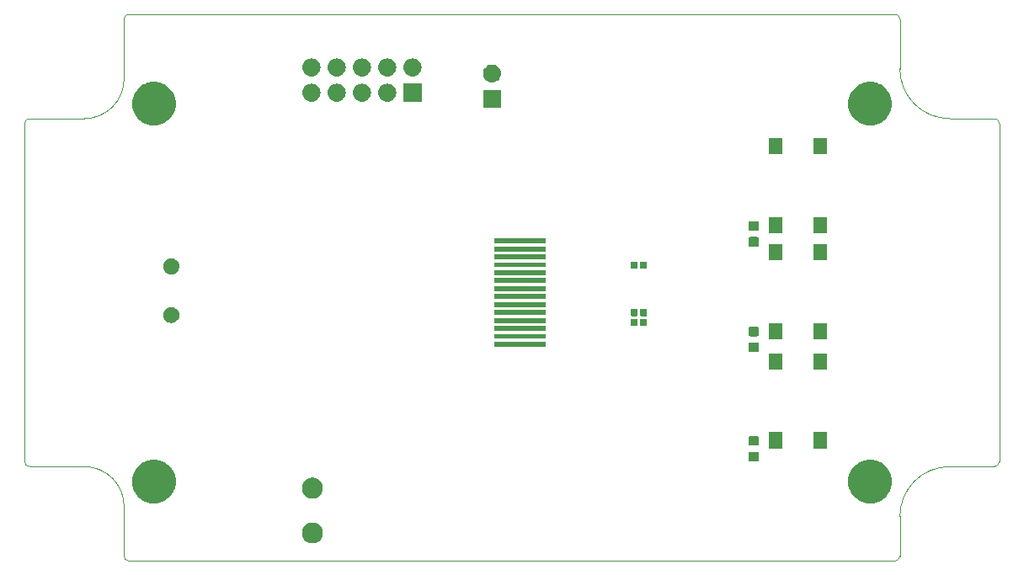
<source format=gbr>
%TF.GenerationSoftware,KiCad,Pcbnew,(5.1.4)-1*%
%TF.CreationDate,2020-03-29T09:51:50+13:00*%
%TF.ProjectId,clock,636c6f63-6b2e-46b6-9963-61645f706362,rev?*%
%TF.SameCoordinates,Original*%
%TF.FileFunction,Soldermask,Top*%
%TF.FilePolarity,Negative*%
%FSLAX46Y46*%
G04 Gerber Fmt 4.6, Leading zero omitted, Abs format (unit mm)*
G04 Created by KiCad (PCBNEW (5.1.4)-1) date 2020-03-29 09:51:50*
%MOMM*%
%LPD*%
G04 APERTURE LIST*
%ADD10C,0.050000*%
%ADD11C,0.100000*%
G04 APERTURE END LIST*
D10*
X103213900Y-66150000D02*
G75*
G02X103713900Y-65650000I500000J0D01*
G01*
X93713900Y-76150000D02*
G75*
G03X93213900Y-76650000I0J-500000D01*
G01*
X93713900Y-111150000D02*
G75*
G02X93213900Y-110650000I0J500000D01*
G01*
X103713900Y-120650000D02*
G75*
G02X103213900Y-120150000I0J500000D01*
G01*
X181213900Y-120150000D02*
G75*
G02X180713900Y-120650000I-500000J0D01*
G01*
X191213900Y-110650000D02*
G75*
G02X190713900Y-111150000I-500000J0D01*
G01*
X191213900Y-76650000D02*
G75*
G03X190713900Y-76150000I-500000J0D01*
G01*
X180713900Y-65650000D02*
G75*
G02X181213900Y-66150000I0J-500000D01*
G01*
X93713900Y-111150000D02*
X99213900Y-111150000D01*
X103213900Y-120150000D02*
X103213900Y-115150000D01*
X181213900Y-71150000D02*
G75*
G03X186213900Y-76150000I5000000J0D01*
G01*
X181213900Y-116150000D02*
G75*
G02X186213900Y-111150000I5000000J0D01*
G01*
X103213900Y-115150000D02*
G75*
G03X99213900Y-111150000I-4000000J0D01*
G01*
X103213900Y-72150000D02*
G75*
G02X99213900Y-76150000I-4000000J0D01*
G01*
X181213900Y-66150000D02*
X181213900Y-71150000D01*
X103713900Y-65650000D02*
X180713900Y-65650000D01*
X103213900Y-72150000D02*
X103213900Y-66150000D01*
X181213900Y-120150000D02*
X181213900Y-116150000D01*
X103713900Y-120650000D02*
X180713900Y-120650000D01*
X190713900Y-111150000D02*
X186213900Y-111150000D01*
X191213900Y-76650000D02*
X191213900Y-110650000D01*
X186213900Y-76150000D02*
X190713900Y-76150000D01*
X93213900Y-76650000D02*
X93213900Y-110650000D01*
X99213900Y-76150000D02*
X93713900Y-76150000D01*
D11*
G36*
X122454464Y-116805889D02*
G01*
X122645733Y-116885115D01*
X122645735Y-116885116D01*
X122817873Y-117000135D01*
X122964265Y-117146527D01*
X123079285Y-117318667D01*
X123158511Y-117509936D01*
X123198900Y-117712984D01*
X123198900Y-117920016D01*
X123158511Y-118123064D01*
X123079285Y-118314333D01*
X123079284Y-118314335D01*
X122964265Y-118486473D01*
X122817873Y-118632865D01*
X122645735Y-118747884D01*
X122645734Y-118747885D01*
X122645733Y-118747885D01*
X122454464Y-118827111D01*
X122251416Y-118867500D01*
X122044384Y-118867500D01*
X121841336Y-118827111D01*
X121650067Y-118747885D01*
X121650066Y-118747885D01*
X121650065Y-118747884D01*
X121477927Y-118632865D01*
X121331535Y-118486473D01*
X121216516Y-118314335D01*
X121216515Y-118314333D01*
X121137289Y-118123064D01*
X121096900Y-117920016D01*
X121096900Y-117712984D01*
X121137289Y-117509936D01*
X121216515Y-117318667D01*
X121331535Y-117146527D01*
X121477927Y-117000135D01*
X121650065Y-116885116D01*
X121650067Y-116885115D01*
X121841336Y-116805889D01*
X122044384Y-116765500D01*
X122251416Y-116765500D01*
X122454464Y-116805889D01*
X122454464Y-116805889D01*
G37*
G36*
X178855907Y-110533582D02*
G01*
X179079023Y-110626000D01*
X179256465Y-110699499D01*
X179616956Y-110940371D01*
X179923529Y-111246944D01*
X180164401Y-111607435D01*
X180164402Y-111607437D01*
X180330318Y-112007993D01*
X180414900Y-112433219D01*
X180414900Y-112866781D01*
X180330318Y-113292007D01*
X180193189Y-113623064D01*
X180164401Y-113692565D01*
X179923529Y-114053056D01*
X179616956Y-114359629D01*
X179256465Y-114600501D01*
X179256464Y-114600502D01*
X179256463Y-114600502D01*
X178855907Y-114766418D01*
X178430681Y-114851000D01*
X177997119Y-114851000D01*
X177571893Y-114766418D01*
X177171337Y-114600502D01*
X177171336Y-114600502D01*
X177171335Y-114600501D01*
X176810844Y-114359629D01*
X176504271Y-114053056D01*
X176263399Y-113692565D01*
X176234611Y-113623064D01*
X176097482Y-113292007D01*
X176012900Y-112866781D01*
X176012900Y-112433219D01*
X176097482Y-112007993D01*
X176263398Y-111607437D01*
X176263399Y-111607435D01*
X176504271Y-111246944D01*
X176810844Y-110940371D01*
X177171335Y-110699499D01*
X177348777Y-110626000D01*
X177571893Y-110533582D01*
X177997119Y-110449000D01*
X178430681Y-110449000D01*
X178855907Y-110533582D01*
X178855907Y-110533582D01*
G37*
G36*
X106855907Y-110533582D02*
G01*
X107079023Y-110626000D01*
X107256465Y-110699499D01*
X107616956Y-110940371D01*
X107923529Y-111246944D01*
X108164401Y-111607435D01*
X108164402Y-111607437D01*
X108330318Y-112007993D01*
X108414900Y-112433219D01*
X108414900Y-112866781D01*
X108330318Y-113292007D01*
X108193189Y-113623064D01*
X108164401Y-113692565D01*
X107923529Y-114053056D01*
X107616956Y-114359629D01*
X107256465Y-114600501D01*
X107256464Y-114600502D01*
X107256463Y-114600502D01*
X106855907Y-114766418D01*
X106430681Y-114851000D01*
X105997119Y-114851000D01*
X105571893Y-114766418D01*
X105171337Y-114600502D01*
X105171336Y-114600502D01*
X105171335Y-114600501D01*
X104810844Y-114359629D01*
X104504271Y-114053056D01*
X104263399Y-113692565D01*
X104234611Y-113623064D01*
X104097482Y-113292007D01*
X104012900Y-112866781D01*
X104012900Y-112433219D01*
X104097482Y-112007993D01*
X104263398Y-111607437D01*
X104263399Y-111607435D01*
X104504271Y-111246944D01*
X104810844Y-110940371D01*
X105171335Y-110699499D01*
X105348777Y-110626000D01*
X105571893Y-110533582D01*
X105997119Y-110449000D01*
X106430681Y-110449000D01*
X106855907Y-110533582D01*
X106855907Y-110533582D01*
G37*
G36*
X122454464Y-112305889D02*
G01*
X122645733Y-112385115D01*
X122645735Y-112385116D01*
X122817873Y-112500135D01*
X122964265Y-112646527D01*
X123079285Y-112818667D01*
X123158511Y-113009936D01*
X123198900Y-113212984D01*
X123198900Y-113420016D01*
X123158511Y-113623064D01*
X123079285Y-113814333D01*
X123079284Y-113814335D01*
X122964265Y-113986473D01*
X122817873Y-114132865D01*
X122645735Y-114247884D01*
X122645734Y-114247885D01*
X122645733Y-114247885D01*
X122454464Y-114327111D01*
X122251416Y-114367500D01*
X122044384Y-114367500D01*
X121841336Y-114327111D01*
X121650067Y-114247885D01*
X121650066Y-114247885D01*
X121650065Y-114247884D01*
X121477927Y-114132865D01*
X121331535Y-113986473D01*
X121216516Y-113814335D01*
X121216515Y-113814333D01*
X121137289Y-113623064D01*
X121096900Y-113420016D01*
X121096900Y-113212984D01*
X121137289Y-113009936D01*
X121216515Y-112818667D01*
X121331535Y-112646527D01*
X121477927Y-112500135D01*
X121650065Y-112385116D01*
X121650067Y-112385115D01*
X121841336Y-112305889D01*
X122044384Y-112265500D01*
X122251416Y-112265500D01*
X122454464Y-112305889D01*
X122454464Y-112305889D01*
G37*
G36*
X166893491Y-109653085D02*
G01*
X166927469Y-109663393D01*
X166958790Y-109680134D01*
X166986239Y-109702661D01*
X167008766Y-109730110D01*
X167025507Y-109761431D01*
X167035815Y-109795409D01*
X167039900Y-109836890D01*
X167039900Y-110438110D01*
X167035815Y-110479591D01*
X167025507Y-110513569D01*
X167008766Y-110544890D01*
X166986239Y-110572339D01*
X166958790Y-110594866D01*
X166927469Y-110611607D01*
X166893491Y-110621915D01*
X166852010Y-110626000D01*
X166175790Y-110626000D01*
X166134309Y-110621915D01*
X166100331Y-110611607D01*
X166069010Y-110594866D01*
X166041561Y-110572339D01*
X166019034Y-110544890D01*
X166002293Y-110513569D01*
X165991985Y-110479591D01*
X165987900Y-110438110D01*
X165987900Y-109836890D01*
X165991985Y-109795409D01*
X166002293Y-109761431D01*
X166019034Y-109730110D01*
X166041561Y-109702661D01*
X166069010Y-109680134D01*
X166100331Y-109663393D01*
X166134309Y-109653085D01*
X166175790Y-109649000D01*
X166852010Y-109649000D01*
X166893491Y-109653085D01*
X166893491Y-109653085D01*
G37*
G36*
X173914900Y-109350696D02*
G01*
X172512900Y-109350696D01*
X172512900Y-107698696D01*
X173914900Y-107698696D01*
X173914900Y-109350696D01*
X173914900Y-109350696D01*
G37*
G36*
X169414900Y-109350696D02*
G01*
X168012900Y-109350696D01*
X168012900Y-107698696D01*
X169414900Y-107698696D01*
X169414900Y-109350696D01*
X169414900Y-109350696D01*
G37*
G36*
X166893491Y-108078085D02*
G01*
X166927469Y-108088393D01*
X166958790Y-108105134D01*
X166986239Y-108127661D01*
X167008766Y-108155110D01*
X167025507Y-108186431D01*
X167035815Y-108220409D01*
X167039900Y-108261890D01*
X167039900Y-108863110D01*
X167035815Y-108904591D01*
X167025507Y-108938569D01*
X167008766Y-108969890D01*
X166986239Y-108997339D01*
X166958790Y-109019866D01*
X166927469Y-109036607D01*
X166893491Y-109046915D01*
X166852010Y-109051000D01*
X166175790Y-109051000D01*
X166134309Y-109046915D01*
X166100331Y-109036607D01*
X166069010Y-109019866D01*
X166041561Y-108997339D01*
X166019034Y-108969890D01*
X166002293Y-108938569D01*
X165991985Y-108904591D01*
X165987900Y-108863110D01*
X165987900Y-108261890D01*
X165991985Y-108220409D01*
X166002293Y-108186431D01*
X166019034Y-108155110D01*
X166041561Y-108127661D01*
X166069010Y-108105134D01*
X166100331Y-108088393D01*
X166134309Y-108078085D01*
X166175790Y-108074000D01*
X166852010Y-108074000D01*
X166893491Y-108078085D01*
X166893491Y-108078085D01*
G37*
G36*
X173914900Y-101400696D02*
G01*
X172512900Y-101400696D01*
X172512900Y-99748696D01*
X173914900Y-99748696D01*
X173914900Y-101400696D01*
X173914900Y-101400696D01*
G37*
G36*
X169414900Y-101400696D02*
G01*
X168012900Y-101400696D01*
X168012900Y-99748696D01*
X169414900Y-99748696D01*
X169414900Y-101400696D01*
X169414900Y-101400696D01*
G37*
G36*
X166893491Y-98653085D02*
G01*
X166927469Y-98663393D01*
X166958790Y-98680134D01*
X166986239Y-98702661D01*
X167008766Y-98730110D01*
X167025507Y-98761431D01*
X167035815Y-98795409D01*
X167039900Y-98836890D01*
X167039900Y-99438110D01*
X167035815Y-99479591D01*
X167025507Y-99513569D01*
X167008766Y-99544890D01*
X166986239Y-99572339D01*
X166958790Y-99594866D01*
X166927469Y-99611607D01*
X166893491Y-99621915D01*
X166852010Y-99626000D01*
X166175790Y-99626000D01*
X166134309Y-99621915D01*
X166100331Y-99611607D01*
X166069010Y-99594866D01*
X166041561Y-99572339D01*
X166019034Y-99544890D01*
X166002293Y-99513569D01*
X165991985Y-99479591D01*
X165987900Y-99438110D01*
X165987900Y-98836890D01*
X165991985Y-98795409D01*
X166002293Y-98761431D01*
X166019034Y-98730110D01*
X166041561Y-98702661D01*
X166069010Y-98680134D01*
X166100331Y-98663393D01*
X166134309Y-98653085D01*
X166175790Y-98649000D01*
X166852010Y-98649000D01*
X166893491Y-98653085D01*
X166893491Y-98653085D01*
G37*
G36*
X145564900Y-99101000D02*
G01*
X140462900Y-99101000D01*
X140462900Y-98599000D01*
X145564900Y-98599000D01*
X145564900Y-99101000D01*
X145564900Y-99101000D01*
G37*
G36*
X173914900Y-98350696D02*
G01*
X172512900Y-98350696D01*
X172512900Y-96698696D01*
X173914900Y-96698696D01*
X173914900Y-98350696D01*
X173914900Y-98350696D01*
G37*
G36*
X169414900Y-98350696D02*
G01*
X168012900Y-98350696D01*
X168012900Y-96698696D01*
X169414900Y-96698696D01*
X169414900Y-98350696D01*
X169414900Y-98350696D01*
G37*
G36*
X145564900Y-98301000D02*
G01*
X140462900Y-98301000D01*
X140462900Y-97799000D01*
X145564900Y-97799000D01*
X145564900Y-98301000D01*
X145564900Y-98301000D01*
G37*
G36*
X166893491Y-97078085D02*
G01*
X166927469Y-97088393D01*
X166958790Y-97105134D01*
X166986239Y-97127661D01*
X167008766Y-97155110D01*
X167025507Y-97186431D01*
X167035815Y-97220409D01*
X167039900Y-97261890D01*
X167039900Y-97863110D01*
X167035815Y-97904591D01*
X167025507Y-97938569D01*
X167008766Y-97969890D01*
X166986239Y-97997339D01*
X166958790Y-98019866D01*
X166927469Y-98036607D01*
X166893491Y-98046915D01*
X166852010Y-98051000D01*
X166175790Y-98051000D01*
X166134309Y-98046915D01*
X166100331Y-98036607D01*
X166069010Y-98019866D01*
X166041561Y-97997339D01*
X166019034Y-97969890D01*
X166002293Y-97938569D01*
X165991985Y-97904591D01*
X165987900Y-97863110D01*
X165987900Y-97261890D01*
X165991985Y-97220409D01*
X166002293Y-97186431D01*
X166019034Y-97155110D01*
X166041561Y-97127661D01*
X166069010Y-97105134D01*
X166100331Y-97088393D01*
X166134309Y-97078085D01*
X166175790Y-97074000D01*
X166852010Y-97074000D01*
X166893491Y-97078085D01*
X166893491Y-97078085D01*
G37*
G36*
X145564900Y-97501000D02*
G01*
X140462900Y-97501000D01*
X140462900Y-96999000D01*
X145564900Y-96999000D01*
X145564900Y-97501000D01*
X145564900Y-97501000D01*
G37*
G36*
X155705838Y-96281716D02*
G01*
X155726457Y-96287971D01*
X155745453Y-96298124D01*
X155762108Y-96311792D01*
X155775776Y-96328447D01*
X155785929Y-96347443D01*
X155792184Y-96368062D01*
X155794900Y-96395640D01*
X155794900Y-96904360D01*
X155792184Y-96931938D01*
X155785929Y-96952557D01*
X155775776Y-96971553D01*
X155762108Y-96988208D01*
X155745453Y-97001876D01*
X155726457Y-97012029D01*
X155705838Y-97018284D01*
X155678260Y-97021000D01*
X155219540Y-97021000D01*
X155191962Y-97018284D01*
X155171343Y-97012029D01*
X155152347Y-97001876D01*
X155135692Y-96988208D01*
X155122024Y-96971553D01*
X155111871Y-96952557D01*
X155105616Y-96931938D01*
X155102900Y-96904360D01*
X155102900Y-96395640D01*
X155105616Y-96368062D01*
X155111871Y-96347443D01*
X155122024Y-96328447D01*
X155135692Y-96311792D01*
X155152347Y-96298124D01*
X155171343Y-96287971D01*
X155191962Y-96281716D01*
X155219540Y-96279000D01*
X155678260Y-96279000D01*
X155705838Y-96281716D01*
X155705838Y-96281716D01*
G37*
G36*
X154735838Y-96281716D02*
G01*
X154756457Y-96287971D01*
X154775453Y-96298124D01*
X154792108Y-96311792D01*
X154805776Y-96328447D01*
X154815929Y-96347443D01*
X154822184Y-96368062D01*
X154824900Y-96395640D01*
X154824900Y-96904360D01*
X154822184Y-96931938D01*
X154815929Y-96952557D01*
X154805776Y-96971553D01*
X154792108Y-96988208D01*
X154775453Y-97001876D01*
X154756457Y-97012029D01*
X154735838Y-97018284D01*
X154708260Y-97021000D01*
X154249540Y-97021000D01*
X154221962Y-97018284D01*
X154201343Y-97012029D01*
X154182347Y-97001876D01*
X154165692Y-96988208D01*
X154152024Y-96971553D01*
X154141871Y-96952557D01*
X154135616Y-96931938D01*
X154132900Y-96904360D01*
X154132900Y-96395640D01*
X154135616Y-96368062D01*
X154141871Y-96347443D01*
X154152024Y-96328447D01*
X154165692Y-96311792D01*
X154182347Y-96298124D01*
X154201343Y-96287971D01*
X154221962Y-96281716D01*
X154249540Y-96279000D01*
X154708260Y-96279000D01*
X154735838Y-96281716D01*
X154735838Y-96281716D01*
G37*
G36*
X108197542Y-95129781D02*
G01*
X108343314Y-95190162D01*
X108343316Y-95190163D01*
X108474508Y-95277822D01*
X108586078Y-95389392D01*
X108673737Y-95520584D01*
X108673738Y-95520586D01*
X108734119Y-95666358D01*
X108764900Y-95821107D01*
X108764900Y-95978893D01*
X108734119Y-96133642D01*
X108673909Y-96279000D01*
X108673737Y-96279416D01*
X108586078Y-96410608D01*
X108474508Y-96522178D01*
X108343316Y-96609837D01*
X108343315Y-96609838D01*
X108343314Y-96609838D01*
X108197542Y-96670219D01*
X108042793Y-96701000D01*
X107885007Y-96701000D01*
X107730258Y-96670219D01*
X107584486Y-96609838D01*
X107584485Y-96609838D01*
X107584484Y-96609837D01*
X107453292Y-96522178D01*
X107341722Y-96410608D01*
X107254063Y-96279416D01*
X107253891Y-96279000D01*
X107193681Y-96133642D01*
X107162900Y-95978893D01*
X107162900Y-95821107D01*
X107193681Y-95666358D01*
X107254062Y-95520586D01*
X107254063Y-95520584D01*
X107341722Y-95389392D01*
X107453292Y-95277822D01*
X107584484Y-95190163D01*
X107584486Y-95190162D01*
X107730258Y-95129781D01*
X107885007Y-95099000D01*
X108042793Y-95099000D01*
X108197542Y-95129781D01*
X108197542Y-95129781D01*
G37*
G36*
X145564900Y-96701000D02*
G01*
X140462900Y-96701000D01*
X140462900Y-96199000D01*
X145564900Y-96199000D01*
X145564900Y-96701000D01*
X145564900Y-96701000D01*
G37*
G36*
X155705838Y-95281716D02*
G01*
X155726457Y-95287971D01*
X155745453Y-95298124D01*
X155762108Y-95311792D01*
X155775776Y-95328447D01*
X155785929Y-95347443D01*
X155792184Y-95368062D01*
X155794900Y-95395640D01*
X155794900Y-95904360D01*
X155792184Y-95931938D01*
X155785929Y-95952557D01*
X155775776Y-95971553D01*
X155762108Y-95988208D01*
X155745453Y-96001876D01*
X155726457Y-96012029D01*
X155705838Y-96018284D01*
X155678260Y-96021000D01*
X155219540Y-96021000D01*
X155191962Y-96018284D01*
X155171343Y-96012029D01*
X155152347Y-96001876D01*
X155135692Y-95988208D01*
X155122024Y-95971553D01*
X155111871Y-95952557D01*
X155105616Y-95931938D01*
X155102900Y-95904360D01*
X155102900Y-95395640D01*
X155105616Y-95368062D01*
X155111871Y-95347443D01*
X155122024Y-95328447D01*
X155135692Y-95311792D01*
X155152347Y-95298124D01*
X155171343Y-95287971D01*
X155191962Y-95281716D01*
X155219540Y-95279000D01*
X155678260Y-95279000D01*
X155705838Y-95281716D01*
X155705838Y-95281716D01*
G37*
G36*
X154735838Y-95281716D02*
G01*
X154756457Y-95287971D01*
X154775453Y-95298124D01*
X154792108Y-95311792D01*
X154805776Y-95328447D01*
X154815929Y-95347443D01*
X154822184Y-95368062D01*
X154824900Y-95395640D01*
X154824900Y-95904360D01*
X154822184Y-95931938D01*
X154815929Y-95952557D01*
X154805776Y-95971553D01*
X154792108Y-95988208D01*
X154775453Y-96001876D01*
X154756457Y-96012029D01*
X154735838Y-96018284D01*
X154708260Y-96021000D01*
X154249540Y-96021000D01*
X154221962Y-96018284D01*
X154201343Y-96012029D01*
X154182347Y-96001876D01*
X154165692Y-95988208D01*
X154152024Y-95971553D01*
X154141871Y-95952557D01*
X154135616Y-95931938D01*
X154132900Y-95904360D01*
X154132900Y-95395640D01*
X154135616Y-95368062D01*
X154141871Y-95347443D01*
X154152024Y-95328447D01*
X154165692Y-95311792D01*
X154182347Y-95298124D01*
X154201343Y-95287971D01*
X154221962Y-95281716D01*
X154249540Y-95279000D01*
X154708260Y-95279000D01*
X154735838Y-95281716D01*
X154735838Y-95281716D01*
G37*
G36*
X145564900Y-95901000D02*
G01*
X140462900Y-95901000D01*
X140462900Y-95399000D01*
X145564900Y-95399000D01*
X145564900Y-95901000D01*
X145564900Y-95901000D01*
G37*
G36*
X145564900Y-95101000D02*
G01*
X140462900Y-95101000D01*
X140462900Y-94599000D01*
X145564900Y-94599000D01*
X145564900Y-95101000D01*
X145564900Y-95101000D01*
G37*
G36*
X145564900Y-94301000D02*
G01*
X140462900Y-94301000D01*
X140462900Y-93799000D01*
X145564900Y-93799000D01*
X145564900Y-94301000D01*
X145564900Y-94301000D01*
G37*
G36*
X145564900Y-93501000D02*
G01*
X140462900Y-93501000D01*
X140462900Y-92999000D01*
X145564900Y-92999000D01*
X145564900Y-93501000D01*
X145564900Y-93501000D01*
G37*
G36*
X145564900Y-92701000D02*
G01*
X140462900Y-92701000D01*
X140462900Y-92199000D01*
X145564900Y-92199000D01*
X145564900Y-92701000D01*
X145564900Y-92701000D01*
G37*
G36*
X145564900Y-91901000D02*
G01*
X140462900Y-91901000D01*
X140462900Y-91399000D01*
X145564900Y-91399000D01*
X145564900Y-91901000D01*
X145564900Y-91901000D01*
G37*
G36*
X108197542Y-90249781D02*
G01*
X108321195Y-90301000D01*
X108343316Y-90310163D01*
X108474508Y-90397822D01*
X108586078Y-90509392D01*
X108673737Y-90640584D01*
X108673738Y-90640586D01*
X108734119Y-90786358D01*
X108764900Y-90941107D01*
X108764900Y-91098893D01*
X108734119Y-91253642D01*
X108728054Y-91268284D01*
X108673737Y-91399416D01*
X108586078Y-91530608D01*
X108474508Y-91642178D01*
X108343316Y-91729837D01*
X108343315Y-91729838D01*
X108343314Y-91729838D01*
X108197542Y-91790219D01*
X108042793Y-91821000D01*
X107885007Y-91821000D01*
X107730258Y-91790219D01*
X107584486Y-91729838D01*
X107584485Y-91729838D01*
X107584484Y-91729837D01*
X107453292Y-91642178D01*
X107341722Y-91530608D01*
X107254063Y-91399416D01*
X107199746Y-91268284D01*
X107193681Y-91253642D01*
X107162900Y-91098893D01*
X107162900Y-90941107D01*
X107193681Y-90786358D01*
X107254062Y-90640586D01*
X107254063Y-90640584D01*
X107341722Y-90509392D01*
X107453292Y-90397822D01*
X107584484Y-90310163D01*
X107606605Y-90301000D01*
X107730258Y-90249781D01*
X107885007Y-90219000D01*
X108042793Y-90219000D01*
X108197542Y-90249781D01*
X108197542Y-90249781D01*
G37*
G36*
X155705838Y-90531716D02*
G01*
X155726457Y-90537971D01*
X155745453Y-90548124D01*
X155762108Y-90561792D01*
X155775776Y-90578447D01*
X155785929Y-90597443D01*
X155792184Y-90618062D01*
X155794900Y-90645640D01*
X155794900Y-91154360D01*
X155792184Y-91181938D01*
X155785929Y-91202557D01*
X155775776Y-91221553D01*
X155762108Y-91238208D01*
X155745453Y-91251876D01*
X155726457Y-91262029D01*
X155705838Y-91268284D01*
X155678260Y-91271000D01*
X155219540Y-91271000D01*
X155191962Y-91268284D01*
X155171343Y-91262029D01*
X155152347Y-91251876D01*
X155135692Y-91238208D01*
X155122024Y-91221553D01*
X155111871Y-91202557D01*
X155105616Y-91181938D01*
X155102900Y-91154360D01*
X155102900Y-90645640D01*
X155105616Y-90618062D01*
X155111871Y-90597443D01*
X155122024Y-90578447D01*
X155135692Y-90561792D01*
X155152347Y-90548124D01*
X155171343Y-90537971D01*
X155191962Y-90531716D01*
X155219540Y-90529000D01*
X155678260Y-90529000D01*
X155705838Y-90531716D01*
X155705838Y-90531716D01*
G37*
G36*
X154735838Y-90531716D02*
G01*
X154756457Y-90537971D01*
X154775453Y-90548124D01*
X154792108Y-90561792D01*
X154805776Y-90578447D01*
X154815929Y-90597443D01*
X154822184Y-90618062D01*
X154824900Y-90645640D01*
X154824900Y-91154360D01*
X154822184Y-91181938D01*
X154815929Y-91202557D01*
X154805776Y-91221553D01*
X154792108Y-91238208D01*
X154775453Y-91251876D01*
X154756457Y-91262029D01*
X154735838Y-91268284D01*
X154708260Y-91271000D01*
X154249540Y-91271000D01*
X154221962Y-91268284D01*
X154201343Y-91262029D01*
X154182347Y-91251876D01*
X154165692Y-91238208D01*
X154152024Y-91221553D01*
X154141871Y-91202557D01*
X154135616Y-91181938D01*
X154132900Y-91154360D01*
X154132900Y-90645640D01*
X154135616Y-90618062D01*
X154141871Y-90597443D01*
X154152024Y-90578447D01*
X154165692Y-90561792D01*
X154182347Y-90548124D01*
X154201343Y-90537971D01*
X154221962Y-90531716D01*
X154249540Y-90529000D01*
X154708260Y-90529000D01*
X154735838Y-90531716D01*
X154735838Y-90531716D01*
G37*
G36*
X145564900Y-91101000D02*
G01*
X140462900Y-91101000D01*
X140462900Y-90599000D01*
X145564900Y-90599000D01*
X145564900Y-91101000D01*
X145564900Y-91101000D01*
G37*
G36*
X169414900Y-90400696D02*
G01*
X168012900Y-90400696D01*
X168012900Y-88748696D01*
X169414900Y-88748696D01*
X169414900Y-90400696D01*
X169414900Y-90400696D01*
G37*
G36*
X173914900Y-90400696D02*
G01*
X172512900Y-90400696D01*
X172512900Y-88748696D01*
X173914900Y-88748696D01*
X173914900Y-90400696D01*
X173914900Y-90400696D01*
G37*
G36*
X145564900Y-90301000D02*
G01*
X140462900Y-90301000D01*
X140462900Y-89799000D01*
X145564900Y-89799000D01*
X145564900Y-90301000D01*
X145564900Y-90301000D01*
G37*
G36*
X145564900Y-89501000D02*
G01*
X140462900Y-89501000D01*
X140462900Y-88999000D01*
X145564900Y-88999000D01*
X145564900Y-89501000D01*
X145564900Y-89501000D01*
G37*
G36*
X166893491Y-88053085D02*
G01*
X166927469Y-88063393D01*
X166958790Y-88080134D01*
X166986239Y-88102661D01*
X167008766Y-88130110D01*
X167025507Y-88161431D01*
X167035815Y-88195409D01*
X167039900Y-88236890D01*
X167039900Y-88838110D01*
X167035815Y-88879591D01*
X167025507Y-88913569D01*
X167008766Y-88944890D01*
X166986239Y-88972339D01*
X166958790Y-88994866D01*
X166927469Y-89011607D01*
X166893491Y-89021915D01*
X166852010Y-89026000D01*
X166175790Y-89026000D01*
X166134309Y-89021915D01*
X166100331Y-89011607D01*
X166069010Y-88994866D01*
X166041561Y-88972339D01*
X166019034Y-88944890D01*
X166002293Y-88913569D01*
X165991985Y-88879591D01*
X165987900Y-88838110D01*
X165987900Y-88236890D01*
X165991985Y-88195409D01*
X166002293Y-88161431D01*
X166019034Y-88130110D01*
X166041561Y-88102661D01*
X166069010Y-88080134D01*
X166100331Y-88063393D01*
X166134309Y-88053085D01*
X166175790Y-88049000D01*
X166852010Y-88049000D01*
X166893491Y-88053085D01*
X166893491Y-88053085D01*
G37*
G36*
X145564900Y-88701000D02*
G01*
X140462900Y-88701000D01*
X140462900Y-88199000D01*
X145564900Y-88199000D01*
X145564900Y-88701000D01*
X145564900Y-88701000D01*
G37*
G36*
X173914900Y-87701000D02*
G01*
X172512900Y-87701000D01*
X172512900Y-86049000D01*
X173914900Y-86049000D01*
X173914900Y-87701000D01*
X173914900Y-87701000D01*
G37*
G36*
X169414900Y-87701000D02*
G01*
X168012900Y-87701000D01*
X168012900Y-86049000D01*
X169414900Y-86049000D01*
X169414900Y-87701000D01*
X169414900Y-87701000D01*
G37*
G36*
X166893491Y-86478085D02*
G01*
X166927469Y-86488393D01*
X166958790Y-86505134D01*
X166986239Y-86527661D01*
X167008766Y-86555110D01*
X167025507Y-86586431D01*
X167035815Y-86620409D01*
X167039900Y-86661890D01*
X167039900Y-87263110D01*
X167035815Y-87304591D01*
X167025507Y-87338569D01*
X167008766Y-87369890D01*
X166986239Y-87397339D01*
X166958790Y-87419866D01*
X166927469Y-87436607D01*
X166893491Y-87446915D01*
X166852010Y-87451000D01*
X166175790Y-87451000D01*
X166134309Y-87446915D01*
X166100331Y-87436607D01*
X166069010Y-87419866D01*
X166041561Y-87397339D01*
X166019034Y-87369890D01*
X166002293Y-87338569D01*
X165991985Y-87304591D01*
X165987900Y-87263110D01*
X165987900Y-86661890D01*
X165991985Y-86620409D01*
X166002293Y-86586431D01*
X166019034Y-86555110D01*
X166041561Y-86527661D01*
X166069010Y-86505134D01*
X166100331Y-86488393D01*
X166134309Y-86478085D01*
X166175790Y-86474000D01*
X166852010Y-86474000D01*
X166893491Y-86478085D01*
X166893491Y-86478085D01*
G37*
G36*
X169414900Y-79751000D02*
G01*
X168012900Y-79751000D01*
X168012900Y-78099000D01*
X169414900Y-78099000D01*
X169414900Y-79751000D01*
X169414900Y-79751000D01*
G37*
G36*
X173914900Y-79751000D02*
G01*
X172512900Y-79751000D01*
X172512900Y-78099000D01*
X173914900Y-78099000D01*
X173914900Y-79751000D01*
X173914900Y-79751000D01*
G37*
G36*
X178855907Y-72533582D02*
G01*
X179143089Y-72652537D01*
X179256465Y-72699499D01*
X179616956Y-72940371D01*
X179923529Y-73246944D01*
X180164401Y-73607435D01*
X180164402Y-73607437D01*
X180330318Y-74007993D01*
X180414900Y-74433219D01*
X180414900Y-74866781D01*
X180330318Y-75292007D01*
X180164402Y-75692563D01*
X180164401Y-75692565D01*
X179923529Y-76053056D01*
X179616956Y-76359629D01*
X179256465Y-76600501D01*
X179256464Y-76600502D01*
X179256463Y-76600502D01*
X178855907Y-76766418D01*
X178430681Y-76851000D01*
X177997119Y-76851000D01*
X177571893Y-76766418D01*
X177171337Y-76600502D01*
X177171336Y-76600502D01*
X177171335Y-76600501D01*
X176810844Y-76359629D01*
X176504271Y-76053056D01*
X176263399Y-75692565D01*
X176263398Y-75692563D01*
X176097482Y-75292007D01*
X176012900Y-74866781D01*
X176012900Y-74433219D01*
X176097482Y-74007993D01*
X176263398Y-73607437D01*
X176263399Y-73607435D01*
X176504271Y-73246944D01*
X176810844Y-72940371D01*
X177171335Y-72699499D01*
X177284711Y-72652537D01*
X177571893Y-72533582D01*
X177997119Y-72449000D01*
X178430681Y-72449000D01*
X178855907Y-72533582D01*
X178855907Y-72533582D01*
G37*
G36*
X106855907Y-72533582D02*
G01*
X107143089Y-72652537D01*
X107256465Y-72699499D01*
X107616956Y-72940371D01*
X107923529Y-73246944D01*
X108164401Y-73607435D01*
X108164402Y-73607437D01*
X108330318Y-74007993D01*
X108414900Y-74433219D01*
X108414900Y-74866781D01*
X108330318Y-75292007D01*
X108164402Y-75692563D01*
X108164401Y-75692565D01*
X107923529Y-76053056D01*
X107616956Y-76359629D01*
X107256465Y-76600501D01*
X107256464Y-76600502D01*
X107256463Y-76600502D01*
X106855907Y-76766418D01*
X106430681Y-76851000D01*
X105997119Y-76851000D01*
X105571893Y-76766418D01*
X105171337Y-76600502D01*
X105171336Y-76600502D01*
X105171335Y-76600501D01*
X104810844Y-76359629D01*
X104504271Y-76053056D01*
X104263399Y-75692565D01*
X104263398Y-75692563D01*
X104097482Y-75292007D01*
X104012900Y-74866781D01*
X104012900Y-74433219D01*
X104097482Y-74007993D01*
X104263398Y-73607437D01*
X104263399Y-73607435D01*
X104504271Y-73246944D01*
X104810844Y-72940371D01*
X105171335Y-72699499D01*
X105284711Y-72652537D01*
X105571893Y-72533582D01*
X105997119Y-72449000D01*
X106430681Y-72449000D01*
X106855907Y-72533582D01*
X106855907Y-72533582D01*
G37*
G36*
X141115000Y-75051000D02*
G01*
X139313000Y-75051000D01*
X139313000Y-73249000D01*
X141115000Y-73249000D01*
X141115000Y-75051000D01*
X141115000Y-75051000D01*
G37*
G36*
X129784442Y-72646018D02*
G01*
X129850627Y-72652537D01*
X130020466Y-72704057D01*
X130176991Y-72787722D01*
X130212729Y-72817052D01*
X130314186Y-72900314D01*
X130397448Y-73001771D01*
X130426778Y-73037509D01*
X130510443Y-73194034D01*
X130561963Y-73363873D01*
X130579359Y-73540500D01*
X130561963Y-73717127D01*
X130510443Y-73886966D01*
X130426778Y-74043491D01*
X130397448Y-74079229D01*
X130314186Y-74180686D01*
X130212729Y-74263948D01*
X130176991Y-74293278D01*
X130020466Y-74376943D01*
X129850627Y-74428463D01*
X129784443Y-74434981D01*
X129718260Y-74441500D01*
X129629740Y-74441500D01*
X129563557Y-74434981D01*
X129497373Y-74428463D01*
X129327534Y-74376943D01*
X129171009Y-74293278D01*
X129135271Y-74263948D01*
X129033814Y-74180686D01*
X128950552Y-74079229D01*
X128921222Y-74043491D01*
X128837557Y-73886966D01*
X128786037Y-73717127D01*
X128768641Y-73540500D01*
X128786037Y-73363873D01*
X128837557Y-73194034D01*
X128921222Y-73037509D01*
X128950552Y-73001771D01*
X129033814Y-72900314D01*
X129135271Y-72817052D01*
X129171009Y-72787722D01*
X129327534Y-72704057D01*
X129497373Y-72652537D01*
X129563558Y-72646018D01*
X129629740Y-72639500D01*
X129718260Y-72639500D01*
X129784442Y-72646018D01*
X129784442Y-72646018D01*
G37*
G36*
X133115000Y-74441500D02*
G01*
X131313000Y-74441500D01*
X131313000Y-72639500D01*
X133115000Y-72639500D01*
X133115000Y-74441500D01*
X133115000Y-74441500D01*
G37*
G36*
X122164442Y-72646018D02*
G01*
X122230627Y-72652537D01*
X122400466Y-72704057D01*
X122556991Y-72787722D01*
X122592729Y-72817052D01*
X122694186Y-72900314D01*
X122777448Y-73001771D01*
X122806778Y-73037509D01*
X122890443Y-73194034D01*
X122941963Y-73363873D01*
X122959359Y-73540500D01*
X122941963Y-73717127D01*
X122890443Y-73886966D01*
X122806778Y-74043491D01*
X122777448Y-74079229D01*
X122694186Y-74180686D01*
X122592729Y-74263948D01*
X122556991Y-74293278D01*
X122400466Y-74376943D01*
X122230627Y-74428463D01*
X122164443Y-74434981D01*
X122098260Y-74441500D01*
X122009740Y-74441500D01*
X121943557Y-74434981D01*
X121877373Y-74428463D01*
X121707534Y-74376943D01*
X121551009Y-74293278D01*
X121515271Y-74263948D01*
X121413814Y-74180686D01*
X121330552Y-74079229D01*
X121301222Y-74043491D01*
X121217557Y-73886966D01*
X121166037Y-73717127D01*
X121148641Y-73540500D01*
X121166037Y-73363873D01*
X121217557Y-73194034D01*
X121301222Y-73037509D01*
X121330552Y-73001771D01*
X121413814Y-72900314D01*
X121515271Y-72817052D01*
X121551009Y-72787722D01*
X121707534Y-72704057D01*
X121877373Y-72652537D01*
X121943558Y-72646018D01*
X122009740Y-72639500D01*
X122098260Y-72639500D01*
X122164442Y-72646018D01*
X122164442Y-72646018D01*
G37*
G36*
X124704442Y-72646018D02*
G01*
X124770627Y-72652537D01*
X124940466Y-72704057D01*
X125096991Y-72787722D01*
X125132729Y-72817052D01*
X125234186Y-72900314D01*
X125317448Y-73001771D01*
X125346778Y-73037509D01*
X125430443Y-73194034D01*
X125481963Y-73363873D01*
X125499359Y-73540500D01*
X125481963Y-73717127D01*
X125430443Y-73886966D01*
X125346778Y-74043491D01*
X125317448Y-74079229D01*
X125234186Y-74180686D01*
X125132729Y-74263948D01*
X125096991Y-74293278D01*
X124940466Y-74376943D01*
X124770627Y-74428463D01*
X124704443Y-74434981D01*
X124638260Y-74441500D01*
X124549740Y-74441500D01*
X124483557Y-74434981D01*
X124417373Y-74428463D01*
X124247534Y-74376943D01*
X124091009Y-74293278D01*
X124055271Y-74263948D01*
X123953814Y-74180686D01*
X123870552Y-74079229D01*
X123841222Y-74043491D01*
X123757557Y-73886966D01*
X123706037Y-73717127D01*
X123688641Y-73540500D01*
X123706037Y-73363873D01*
X123757557Y-73194034D01*
X123841222Y-73037509D01*
X123870552Y-73001771D01*
X123953814Y-72900314D01*
X124055271Y-72817052D01*
X124091009Y-72787722D01*
X124247534Y-72704057D01*
X124417373Y-72652537D01*
X124483558Y-72646018D01*
X124549740Y-72639500D01*
X124638260Y-72639500D01*
X124704442Y-72646018D01*
X124704442Y-72646018D01*
G37*
G36*
X127244442Y-72646018D02*
G01*
X127310627Y-72652537D01*
X127480466Y-72704057D01*
X127636991Y-72787722D01*
X127672729Y-72817052D01*
X127774186Y-72900314D01*
X127857448Y-73001771D01*
X127886778Y-73037509D01*
X127970443Y-73194034D01*
X128021963Y-73363873D01*
X128039359Y-73540500D01*
X128021963Y-73717127D01*
X127970443Y-73886966D01*
X127886778Y-74043491D01*
X127857448Y-74079229D01*
X127774186Y-74180686D01*
X127672729Y-74263948D01*
X127636991Y-74293278D01*
X127480466Y-74376943D01*
X127310627Y-74428463D01*
X127244443Y-74434981D01*
X127178260Y-74441500D01*
X127089740Y-74441500D01*
X127023557Y-74434981D01*
X126957373Y-74428463D01*
X126787534Y-74376943D01*
X126631009Y-74293278D01*
X126595271Y-74263948D01*
X126493814Y-74180686D01*
X126410552Y-74079229D01*
X126381222Y-74043491D01*
X126297557Y-73886966D01*
X126246037Y-73717127D01*
X126228641Y-73540500D01*
X126246037Y-73363873D01*
X126297557Y-73194034D01*
X126381222Y-73037509D01*
X126410552Y-73001771D01*
X126493814Y-72900314D01*
X126595271Y-72817052D01*
X126631009Y-72787722D01*
X126787534Y-72704057D01*
X126957373Y-72652537D01*
X127023558Y-72646018D01*
X127089740Y-72639500D01*
X127178260Y-72639500D01*
X127244442Y-72646018D01*
X127244442Y-72646018D01*
G37*
G36*
X140324443Y-70715519D02*
G01*
X140390627Y-70722037D01*
X140560466Y-70773557D01*
X140716991Y-70857222D01*
X140752729Y-70886552D01*
X140854186Y-70969814D01*
X140937448Y-71071271D01*
X140966778Y-71107009D01*
X141050443Y-71263534D01*
X141101963Y-71433373D01*
X141119359Y-71610000D01*
X141101963Y-71786627D01*
X141050443Y-71956466D01*
X140966778Y-72112991D01*
X140937448Y-72148729D01*
X140854186Y-72250186D01*
X140752729Y-72333448D01*
X140716991Y-72362778D01*
X140560466Y-72446443D01*
X140390627Y-72497963D01*
X140324442Y-72504482D01*
X140258260Y-72511000D01*
X140169740Y-72511000D01*
X140103558Y-72504482D01*
X140037373Y-72497963D01*
X139867534Y-72446443D01*
X139711009Y-72362778D01*
X139675271Y-72333448D01*
X139573814Y-72250186D01*
X139490552Y-72148729D01*
X139461222Y-72112991D01*
X139377557Y-71956466D01*
X139326037Y-71786627D01*
X139308641Y-71610000D01*
X139326037Y-71433373D01*
X139377557Y-71263534D01*
X139461222Y-71107009D01*
X139490552Y-71071271D01*
X139573814Y-70969814D01*
X139675271Y-70886552D01*
X139711009Y-70857222D01*
X139867534Y-70773557D01*
X140037373Y-70722037D01*
X140103557Y-70715519D01*
X140169740Y-70709000D01*
X140258260Y-70709000D01*
X140324443Y-70715519D01*
X140324443Y-70715519D01*
G37*
G36*
X132324443Y-70106019D02*
G01*
X132390627Y-70112537D01*
X132560466Y-70164057D01*
X132716991Y-70247722D01*
X132752729Y-70277052D01*
X132854186Y-70360314D01*
X132937448Y-70461771D01*
X132966778Y-70497509D01*
X133050443Y-70654034D01*
X133101963Y-70823873D01*
X133119359Y-71000500D01*
X133101963Y-71177127D01*
X133050443Y-71346966D01*
X132966778Y-71503491D01*
X132937448Y-71539229D01*
X132854186Y-71640686D01*
X132752729Y-71723948D01*
X132716991Y-71753278D01*
X132560466Y-71836943D01*
X132390627Y-71888463D01*
X132324442Y-71894982D01*
X132258260Y-71901500D01*
X132169740Y-71901500D01*
X132103558Y-71894982D01*
X132037373Y-71888463D01*
X131867534Y-71836943D01*
X131711009Y-71753278D01*
X131675271Y-71723948D01*
X131573814Y-71640686D01*
X131490552Y-71539229D01*
X131461222Y-71503491D01*
X131377557Y-71346966D01*
X131326037Y-71177127D01*
X131308641Y-71000500D01*
X131326037Y-70823873D01*
X131377557Y-70654034D01*
X131461222Y-70497509D01*
X131490552Y-70461771D01*
X131573814Y-70360314D01*
X131675271Y-70277052D01*
X131711009Y-70247722D01*
X131867534Y-70164057D01*
X132037373Y-70112537D01*
X132103557Y-70106019D01*
X132169740Y-70099500D01*
X132258260Y-70099500D01*
X132324443Y-70106019D01*
X132324443Y-70106019D01*
G37*
G36*
X122164443Y-70106019D02*
G01*
X122230627Y-70112537D01*
X122400466Y-70164057D01*
X122556991Y-70247722D01*
X122592729Y-70277052D01*
X122694186Y-70360314D01*
X122777448Y-70461771D01*
X122806778Y-70497509D01*
X122890443Y-70654034D01*
X122941963Y-70823873D01*
X122959359Y-71000500D01*
X122941963Y-71177127D01*
X122890443Y-71346966D01*
X122806778Y-71503491D01*
X122777448Y-71539229D01*
X122694186Y-71640686D01*
X122592729Y-71723948D01*
X122556991Y-71753278D01*
X122400466Y-71836943D01*
X122230627Y-71888463D01*
X122164442Y-71894982D01*
X122098260Y-71901500D01*
X122009740Y-71901500D01*
X121943558Y-71894982D01*
X121877373Y-71888463D01*
X121707534Y-71836943D01*
X121551009Y-71753278D01*
X121515271Y-71723948D01*
X121413814Y-71640686D01*
X121330552Y-71539229D01*
X121301222Y-71503491D01*
X121217557Y-71346966D01*
X121166037Y-71177127D01*
X121148641Y-71000500D01*
X121166037Y-70823873D01*
X121217557Y-70654034D01*
X121301222Y-70497509D01*
X121330552Y-70461771D01*
X121413814Y-70360314D01*
X121515271Y-70277052D01*
X121551009Y-70247722D01*
X121707534Y-70164057D01*
X121877373Y-70112537D01*
X121943557Y-70106019D01*
X122009740Y-70099500D01*
X122098260Y-70099500D01*
X122164443Y-70106019D01*
X122164443Y-70106019D01*
G37*
G36*
X124704443Y-70106019D02*
G01*
X124770627Y-70112537D01*
X124940466Y-70164057D01*
X125096991Y-70247722D01*
X125132729Y-70277052D01*
X125234186Y-70360314D01*
X125317448Y-70461771D01*
X125346778Y-70497509D01*
X125430443Y-70654034D01*
X125481963Y-70823873D01*
X125499359Y-71000500D01*
X125481963Y-71177127D01*
X125430443Y-71346966D01*
X125346778Y-71503491D01*
X125317448Y-71539229D01*
X125234186Y-71640686D01*
X125132729Y-71723948D01*
X125096991Y-71753278D01*
X124940466Y-71836943D01*
X124770627Y-71888463D01*
X124704442Y-71894982D01*
X124638260Y-71901500D01*
X124549740Y-71901500D01*
X124483558Y-71894982D01*
X124417373Y-71888463D01*
X124247534Y-71836943D01*
X124091009Y-71753278D01*
X124055271Y-71723948D01*
X123953814Y-71640686D01*
X123870552Y-71539229D01*
X123841222Y-71503491D01*
X123757557Y-71346966D01*
X123706037Y-71177127D01*
X123688641Y-71000500D01*
X123706037Y-70823873D01*
X123757557Y-70654034D01*
X123841222Y-70497509D01*
X123870552Y-70461771D01*
X123953814Y-70360314D01*
X124055271Y-70277052D01*
X124091009Y-70247722D01*
X124247534Y-70164057D01*
X124417373Y-70112537D01*
X124483557Y-70106019D01*
X124549740Y-70099500D01*
X124638260Y-70099500D01*
X124704443Y-70106019D01*
X124704443Y-70106019D01*
G37*
G36*
X129784443Y-70106019D02*
G01*
X129850627Y-70112537D01*
X130020466Y-70164057D01*
X130176991Y-70247722D01*
X130212729Y-70277052D01*
X130314186Y-70360314D01*
X130397448Y-70461771D01*
X130426778Y-70497509D01*
X130510443Y-70654034D01*
X130561963Y-70823873D01*
X130579359Y-71000500D01*
X130561963Y-71177127D01*
X130510443Y-71346966D01*
X130426778Y-71503491D01*
X130397448Y-71539229D01*
X130314186Y-71640686D01*
X130212729Y-71723948D01*
X130176991Y-71753278D01*
X130020466Y-71836943D01*
X129850627Y-71888463D01*
X129784442Y-71894982D01*
X129718260Y-71901500D01*
X129629740Y-71901500D01*
X129563558Y-71894982D01*
X129497373Y-71888463D01*
X129327534Y-71836943D01*
X129171009Y-71753278D01*
X129135271Y-71723948D01*
X129033814Y-71640686D01*
X128950552Y-71539229D01*
X128921222Y-71503491D01*
X128837557Y-71346966D01*
X128786037Y-71177127D01*
X128768641Y-71000500D01*
X128786037Y-70823873D01*
X128837557Y-70654034D01*
X128921222Y-70497509D01*
X128950552Y-70461771D01*
X129033814Y-70360314D01*
X129135271Y-70277052D01*
X129171009Y-70247722D01*
X129327534Y-70164057D01*
X129497373Y-70112537D01*
X129563557Y-70106019D01*
X129629740Y-70099500D01*
X129718260Y-70099500D01*
X129784443Y-70106019D01*
X129784443Y-70106019D01*
G37*
G36*
X127244443Y-70106019D02*
G01*
X127310627Y-70112537D01*
X127480466Y-70164057D01*
X127636991Y-70247722D01*
X127672729Y-70277052D01*
X127774186Y-70360314D01*
X127857448Y-70461771D01*
X127886778Y-70497509D01*
X127970443Y-70654034D01*
X128021963Y-70823873D01*
X128039359Y-71000500D01*
X128021963Y-71177127D01*
X127970443Y-71346966D01*
X127886778Y-71503491D01*
X127857448Y-71539229D01*
X127774186Y-71640686D01*
X127672729Y-71723948D01*
X127636991Y-71753278D01*
X127480466Y-71836943D01*
X127310627Y-71888463D01*
X127244442Y-71894982D01*
X127178260Y-71901500D01*
X127089740Y-71901500D01*
X127023558Y-71894982D01*
X126957373Y-71888463D01*
X126787534Y-71836943D01*
X126631009Y-71753278D01*
X126595271Y-71723948D01*
X126493814Y-71640686D01*
X126410552Y-71539229D01*
X126381222Y-71503491D01*
X126297557Y-71346966D01*
X126246037Y-71177127D01*
X126228641Y-71000500D01*
X126246037Y-70823873D01*
X126297557Y-70654034D01*
X126381222Y-70497509D01*
X126410552Y-70461771D01*
X126493814Y-70360314D01*
X126595271Y-70277052D01*
X126631009Y-70247722D01*
X126787534Y-70164057D01*
X126957373Y-70112537D01*
X127023557Y-70106019D01*
X127089740Y-70099500D01*
X127178260Y-70099500D01*
X127244443Y-70106019D01*
X127244443Y-70106019D01*
G37*
M02*

</source>
